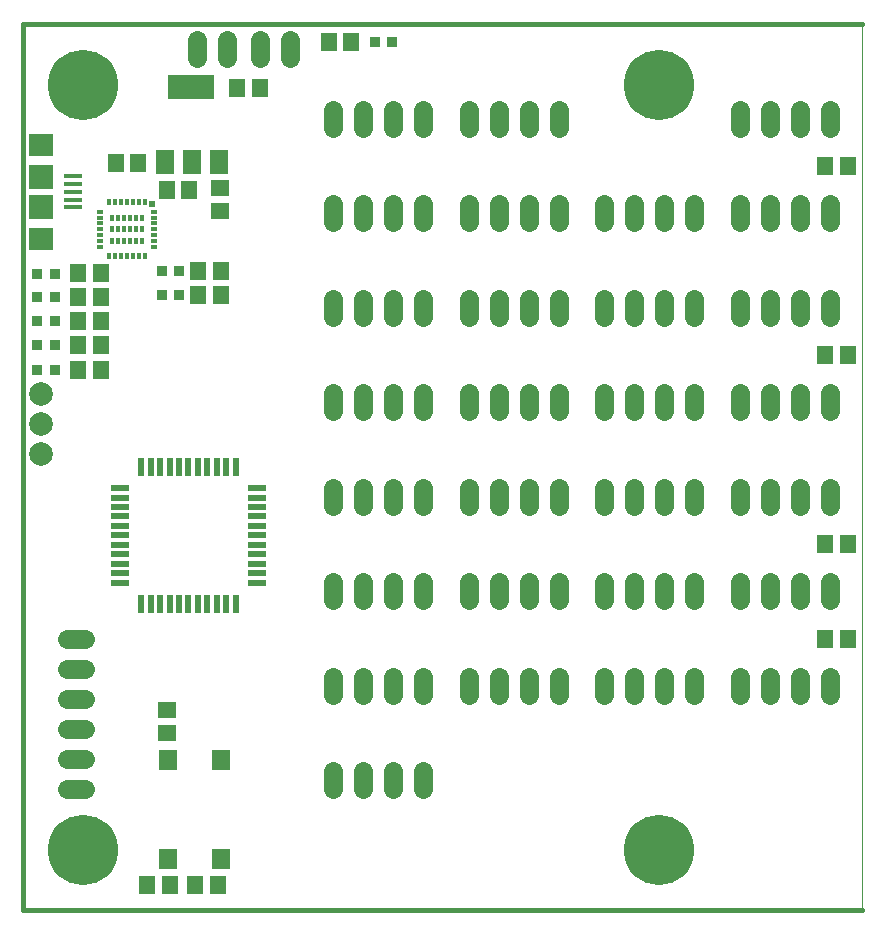
<source format=gts>
G75*
%MOIN*%
%OFA0B0*%
%FSLAX25Y25*%
%IPPOS*%
%LPD*%
%AMOC8*
5,1,8,0,0,1.08239X$1,22.5*
%
%ADD10C,0.01600*%
%ADD11C,0.00100*%
%ADD12R,0.02369X0.06306*%
%ADD13R,0.06306X0.02369*%
%ADD14R,0.05518X0.06306*%
%ADD15R,0.03550X0.03550*%
%ADD16C,0.06400*%
%ADD17R,0.06306X0.05518*%
%ADD18R,0.05912X0.06700*%
%ADD19R,0.01181X0.02362*%
%ADD20R,0.02362X0.01181*%
%ADD21R,0.01969X0.01969*%
%ADD22R,0.05912X0.01778*%
%ADD23R,0.07880X0.07487*%
%ADD24R,0.07880X0.07880*%
%ADD25C,0.07900*%
%ADD26C,0.23400*%
%ADD27R,0.06300X0.08300*%
%ADD28R,0.15400X0.08300*%
D10*
X0027500Y0001800D02*
X0027500Y0297076D01*
X0307028Y0297076D01*
X0307028Y0001800D02*
X0027500Y0001800D01*
D11*
X0307028Y0001800D02*
X0307028Y0297076D01*
D12*
X0098248Y0149635D03*
X0095098Y0149635D03*
X0091949Y0149635D03*
X0088799Y0149635D03*
X0085650Y0149635D03*
X0082500Y0149635D03*
X0079350Y0149635D03*
X0076201Y0149635D03*
X0073051Y0149635D03*
X0069902Y0149635D03*
X0066752Y0149635D03*
X0066752Y0103965D03*
X0069902Y0103965D03*
X0073051Y0103965D03*
X0076201Y0103965D03*
X0079350Y0103965D03*
X0082500Y0103965D03*
X0085650Y0103965D03*
X0088799Y0103965D03*
X0091949Y0103965D03*
X0095098Y0103965D03*
X0098248Y0103965D03*
D13*
X0105335Y0111052D03*
X0105335Y0114202D03*
X0105335Y0117351D03*
X0105335Y0120501D03*
X0105335Y0123650D03*
X0105335Y0126800D03*
X0105335Y0129950D03*
X0105335Y0133099D03*
X0105335Y0136249D03*
X0105335Y0139398D03*
X0105335Y0142548D03*
X0059665Y0142548D03*
X0059665Y0139398D03*
X0059665Y0136249D03*
X0059665Y0133099D03*
X0059665Y0129950D03*
X0059665Y0126800D03*
X0059665Y0123650D03*
X0059665Y0120501D03*
X0059665Y0117351D03*
X0059665Y0114202D03*
X0059665Y0111052D03*
D14*
X0053240Y0181800D03*
X0045760Y0181800D03*
X0045760Y0190300D03*
X0053240Y0190300D03*
X0053240Y0198300D03*
X0045760Y0198300D03*
X0045760Y0206300D03*
X0053240Y0206300D03*
X0053240Y0214300D03*
X0045760Y0214300D03*
X0075260Y0241800D03*
X0082740Y0241800D03*
X0065740Y0250800D03*
X0058260Y0250800D03*
X0085760Y0214800D03*
X0093240Y0214800D03*
X0093240Y0206800D03*
X0085760Y0206800D03*
X0098760Y0275800D03*
X0106240Y0275800D03*
X0129260Y0291300D03*
X0136740Y0291300D03*
X0294760Y0249800D03*
X0302240Y0249800D03*
X0302240Y0186800D03*
X0294760Y0186800D03*
X0294760Y0123800D03*
X0302240Y0123800D03*
X0302240Y0092300D03*
X0294760Y0092300D03*
X0092240Y0010300D03*
X0084760Y0010300D03*
X0076240Y0010300D03*
X0068760Y0010300D03*
D15*
X0037953Y0181800D03*
X0032047Y0181800D03*
X0032047Y0190300D03*
X0037953Y0190300D03*
X0037953Y0198300D03*
X0032047Y0198300D03*
X0032047Y0206300D03*
X0037953Y0206300D03*
X0037953Y0213800D03*
X0032047Y0213800D03*
X0073547Y0214800D03*
X0079453Y0214800D03*
X0079453Y0206800D03*
X0073547Y0206800D03*
X0144547Y0291300D03*
X0150453Y0291300D03*
D16*
X0150610Y0268580D02*
X0150610Y0262580D01*
X0140610Y0262580D02*
X0140610Y0268580D01*
X0130610Y0268580D02*
X0130610Y0262580D01*
X0130610Y0237083D02*
X0130610Y0231083D01*
X0140610Y0231083D02*
X0140610Y0237083D01*
X0150610Y0237083D02*
X0150610Y0231083D01*
X0160610Y0231083D02*
X0160610Y0237083D01*
X0175886Y0237083D02*
X0175886Y0231083D01*
X0185886Y0231083D02*
X0185886Y0237083D01*
X0195886Y0237083D02*
X0195886Y0231083D01*
X0205886Y0231083D02*
X0205886Y0237083D01*
X0221161Y0237083D02*
X0221161Y0231083D01*
X0231161Y0231083D02*
X0231161Y0237083D01*
X0241161Y0237083D02*
X0241161Y0231083D01*
X0251161Y0231083D02*
X0251161Y0237083D01*
X0266437Y0237083D02*
X0266437Y0231083D01*
X0276437Y0231083D02*
X0276437Y0237083D01*
X0286437Y0237083D02*
X0286437Y0231083D01*
X0296437Y0231083D02*
X0296437Y0237083D01*
X0296437Y0262580D02*
X0296437Y0268580D01*
X0286437Y0268580D02*
X0286437Y0262580D01*
X0276437Y0262580D02*
X0276437Y0268580D01*
X0266437Y0268580D02*
X0266437Y0262580D01*
X0266437Y0205587D02*
X0266437Y0199587D01*
X0276437Y0199587D02*
X0276437Y0205587D01*
X0286437Y0205587D02*
X0286437Y0199587D01*
X0296437Y0199587D02*
X0296437Y0205587D01*
X0296437Y0174091D02*
X0296437Y0168091D01*
X0286437Y0168091D02*
X0286437Y0174091D01*
X0276437Y0174091D02*
X0276437Y0168091D01*
X0266437Y0168091D02*
X0266437Y0174091D01*
X0251161Y0174091D02*
X0251161Y0168091D01*
X0241161Y0168091D02*
X0241161Y0174091D01*
X0231161Y0174091D02*
X0231161Y0168091D01*
X0221161Y0168091D02*
X0221161Y0174091D01*
X0205886Y0174091D02*
X0205886Y0168091D01*
X0195886Y0168091D02*
X0195886Y0174091D01*
X0185886Y0174091D02*
X0185886Y0168091D01*
X0175886Y0168091D02*
X0175886Y0174091D01*
X0160610Y0174091D02*
X0160610Y0168091D01*
X0150610Y0168091D02*
X0150610Y0174091D01*
X0140610Y0174091D02*
X0140610Y0168091D01*
X0130610Y0168091D02*
X0130610Y0174091D01*
X0130610Y0199587D02*
X0130610Y0205587D01*
X0140610Y0205587D02*
X0140610Y0199587D01*
X0150610Y0199587D02*
X0150610Y0205587D01*
X0160610Y0205587D02*
X0160610Y0199587D01*
X0175886Y0199587D02*
X0175886Y0205587D01*
X0185886Y0205587D02*
X0185886Y0199587D01*
X0195886Y0199587D02*
X0195886Y0205587D01*
X0205886Y0205587D02*
X0205886Y0199587D01*
X0221161Y0199587D02*
X0221161Y0205587D01*
X0231161Y0205587D02*
X0231161Y0199587D01*
X0241161Y0199587D02*
X0241161Y0205587D01*
X0251161Y0205587D02*
X0251161Y0199587D01*
X0251161Y0142595D02*
X0251161Y0136595D01*
X0241161Y0136595D02*
X0241161Y0142595D01*
X0231161Y0142595D02*
X0231161Y0136595D01*
X0221161Y0136595D02*
X0221161Y0142595D01*
X0205886Y0142595D02*
X0205886Y0136595D01*
X0195886Y0136595D02*
X0195886Y0142595D01*
X0185886Y0142595D02*
X0185886Y0136595D01*
X0175886Y0136595D02*
X0175886Y0142595D01*
X0160610Y0142595D02*
X0160610Y0136595D01*
X0150610Y0136595D02*
X0150610Y0142595D01*
X0140610Y0142595D02*
X0140610Y0136595D01*
X0130610Y0136595D02*
X0130610Y0142595D01*
X0130610Y0111099D02*
X0130610Y0105099D01*
X0140610Y0105099D02*
X0140610Y0111099D01*
X0150610Y0111099D02*
X0150610Y0105099D01*
X0160610Y0105099D02*
X0160610Y0111099D01*
X0175886Y0111099D02*
X0175886Y0105099D01*
X0185886Y0105099D02*
X0185886Y0111099D01*
X0195886Y0111099D02*
X0195886Y0105099D01*
X0205886Y0105099D02*
X0205886Y0111099D01*
X0221161Y0111099D02*
X0221161Y0105099D01*
X0231161Y0105099D02*
X0231161Y0111099D01*
X0241161Y0111099D02*
X0241161Y0105099D01*
X0251161Y0105099D02*
X0251161Y0111099D01*
X0266437Y0111099D02*
X0266437Y0105099D01*
X0276437Y0105099D02*
X0276437Y0111099D01*
X0286437Y0111099D02*
X0286437Y0105099D01*
X0296437Y0105099D02*
X0296437Y0111099D01*
X0296437Y0136595D02*
X0296437Y0142595D01*
X0286437Y0142595D02*
X0286437Y0136595D01*
X0276437Y0136595D02*
X0276437Y0142595D01*
X0266437Y0142595D02*
X0266437Y0136595D01*
X0266437Y0079603D02*
X0266437Y0073603D01*
X0276437Y0073603D02*
X0276437Y0079603D01*
X0286437Y0079603D02*
X0286437Y0073603D01*
X0296437Y0073603D02*
X0296437Y0079603D01*
X0251161Y0079603D02*
X0251161Y0073603D01*
X0241161Y0073603D02*
X0241161Y0079603D01*
X0231161Y0079603D02*
X0231161Y0073603D01*
X0221161Y0073603D02*
X0221161Y0079603D01*
X0205886Y0079603D02*
X0205886Y0073603D01*
X0195886Y0073603D02*
X0195886Y0079603D01*
X0185886Y0079603D02*
X0185886Y0073603D01*
X0175886Y0073603D02*
X0175886Y0079603D01*
X0160610Y0079603D02*
X0160610Y0073603D01*
X0150610Y0073603D02*
X0150610Y0079603D01*
X0140610Y0079603D02*
X0140610Y0073603D01*
X0130610Y0073603D02*
X0130610Y0079603D01*
X0130610Y0048111D02*
X0130610Y0042111D01*
X0140610Y0042111D02*
X0140610Y0048111D01*
X0150610Y0048111D02*
X0150610Y0042111D01*
X0160610Y0042111D02*
X0160610Y0048111D01*
X0048000Y0052300D02*
X0042000Y0052300D01*
X0042000Y0042300D02*
X0048000Y0042300D01*
X0048000Y0062300D02*
X0042000Y0062300D01*
X0042000Y0072300D02*
X0048000Y0072300D01*
X0048000Y0082300D02*
X0042000Y0082300D01*
X0042000Y0092300D02*
X0048000Y0092300D01*
X0160610Y0262580D02*
X0160610Y0268580D01*
X0175886Y0268580D02*
X0175886Y0262580D01*
X0185886Y0262580D02*
X0185886Y0268580D01*
X0195886Y0268580D02*
X0195886Y0262580D01*
X0205886Y0262580D02*
X0205886Y0268580D01*
X0116500Y0285800D02*
X0116500Y0291800D01*
X0106500Y0291800D02*
X0106500Y0285800D01*
X0095500Y0285800D02*
X0095500Y0291800D01*
X0085500Y0291800D02*
X0085500Y0285800D01*
D17*
X0093000Y0242540D03*
X0093000Y0235060D03*
X0075500Y0068540D03*
X0075500Y0061060D03*
D18*
X0075642Y0051835D03*
X0093358Y0051835D03*
X0093358Y0018765D03*
X0075642Y0018765D03*
D19*
X0067906Y0219745D03*
X0065937Y0219745D03*
X0063969Y0219745D03*
X0062000Y0219745D03*
X0060031Y0219745D03*
X0058063Y0219745D03*
X0056094Y0219745D03*
X0057079Y0224863D03*
X0059047Y0224863D03*
X0061016Y0224863D03*
X0062984Y0224863D03*
X0064953Y0224863D03*
X0066921Y0224863D03*
X0066921Y0228800D03*
X0064953Y0228800D03*
X0062984Y0228800D03*
X0061016Y0228800D03*
X0059047Y0228800D03*
X0057079Y0228800D03*
X0057079Y0232737D03*
X0059047Y0232737D03*
X0061016Y0232737D03*
X0062984Y0232737D03*
X0064953Y0232737D03*
X0066921Y0232737D03*
X0065937Y0237855D03*
X0063969Y0237855D03*
X0062000Y0237855D03*
X0060031Y0237855D03*
X0058063Y0237855D03*
X0056094Y0237855D03*
X0067906Y0237855D03*
D20*
X0071055Y0234706D03*
X0071055Y0232737D03*
X0071055Y0230769D03*
X0071055Y0228800D03*
X0071055Y0226831D03*
X0071055Y0224863D03*
X0071055Y0222894D03*
X0052945Y0222894D03*
X0052945Y0224863D03*
X0052945Y0226831D03*
X0052945Y0228800D03*
X0052945Y0230769D03*
X0052945Y0232737D03*
X0052945Y0234706D03*
D21*
X0070278Y0237078D03*
D22*
X0043933Y0236182D03*
X0043933Y0238741D03*
X0043933Y0241300D03*
X0043933Y0243859D03*
X0043933Y0246418D03*
D23*
X0033500Y0257048D03*
X0033500Y0225552D03*
D24*
X0033500Y0236300D03*
X0033500Y0246300D03*
D25*
X0033500Y0173800D03*
X0033500Y0163800D03*
X0033500Y0153800D03*
D26*
X0047500Y0276800D03*
X0239500Y0276800D03*
X0239500Y0021800D03*
X0047500Y0021800D03*
D27*
X0074600Y0251400D03*
X0083600Y0251400D03*
X0092600Y0251400D03*
D28*
X0083500Y0276200D03*
M02*

</source>
